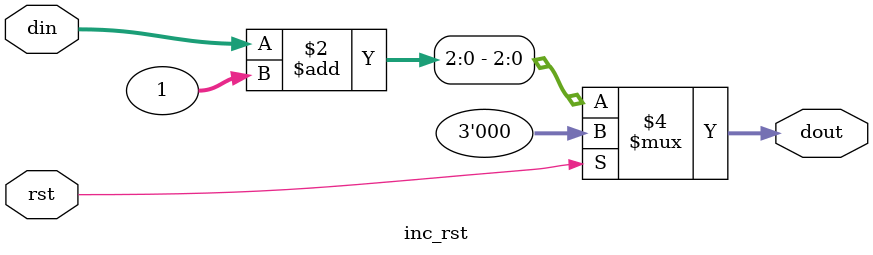
<source format=sv>
module inc_rst #(
    parameter N = 3
) (
    input  logic         rst,
    input  logic [N-1:0] din,
    output logic [N-1:0] dout,
);
    logic [N-1:0] dinInc;
    logic overflowInc;

    always_comb begin
        if (rst) dout = 0;
        else dout = din + 1;
    end
endmodule
</source>
